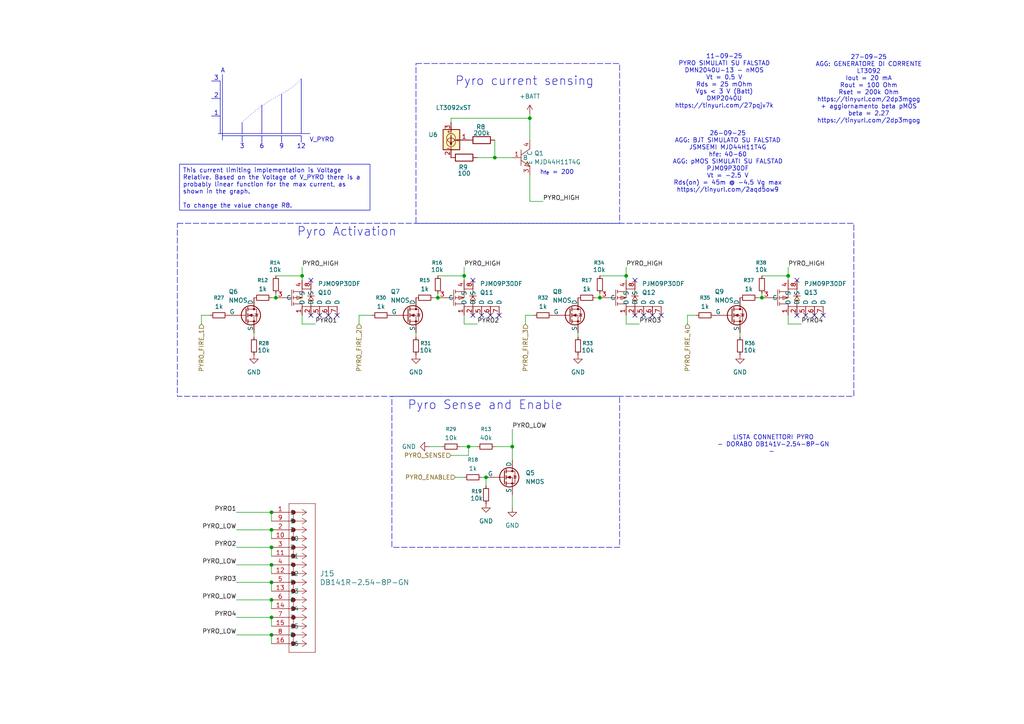
<source format=kicad_sch>
(kicad_sch (version 20250114) (generator "eeschema") (generator_version "9.0")
  (paper "A4")
  (title_block (title "Training Academy Board ") (date "2025-09-11") (rev "1.0") (company "Sapienza Rocket Team"))
  (lib_symbols
    (symbol "2025-09-27_12-32-40:DB141R-2.54-8P-GN" (pin_names (offset 0.254))
      (property "Reference" "J" (at 8.89 6.35 0))
      (property "Value" "DB141R-2.54-8P-GN" (at 0 0 0))
      (symbol "DB141R-2.54-8P-GN_1_1"
        (polyline (pts (xy 5.08 2.54) (xy 5.08 -40.64)) (stroke (width 0.127)))
        (polyline (pts (xy 5.08 -40.64) (xy 12.7 -40.64)) (stroke (width 0.127)))
        (polyline (pts (xy 6.35 0) (xy 6.35 -2.54)) (stroke (width 0.127)))
        (circle (center 6.35 0) (radius 0.127) (stroke (width 0.508)))
        (circle (center 6.35 -2.54) (radius 0.127) (stroke (width 0.508)))
        (polyline (pts (xy 6.35 -5.08) (xy 6.35 -7.62)) (stroke (width 0.127)))
        (circle (center 6.35 -5.08) (radius 0.127) (stroke (width 0.508)))
        (circle (center 6.35 -7.62) (radius 0.127) (stroke (width 0.508)))
        (polyline (pts (xy 6.35 -10.16) (xy 6.35 -12.7)) (stroke (width 0.127)))
        (circle (center 6.35 -10.16) (radius 0.127) (stroke (width 0.508)))
        (circle (center 6.35 -12.7) (radius 0.127) (stroke (width 0.508)))
        (polyline (pts (xy 6.35 -15.24) (xy 6.35 -17.78)) (stroke (width 0.127)))
        (circle (center 6.35 -15.24) (radius 0.127) (stroke (width 0.508)))
        (circle (center 6.35 -17.78) (radius 0.127) (stroke (width 0.508)))
        (polyline (pts (xy 6.35 -20.32) (xy 6.35 -22.86)) (stroke (width 0.127)))
        (circle (center 6.35 -20.32) (radius 0.127) (stroke (width 0.508)))
        (circle (center 6.35 -22.86) (radius 0.127) (stroke (width 0.508)))
        (polyline (pts (xy 6.35 -25.4) (xy 6.35 -27.94)) (stroke (width 0.127)))
        (circle (center 6.35 -25.4) (radius 0.127) (stroke (width 0.508)))
        (circle (center 6.35 -27.94) (radius 0.127) (stroke (width 0.508)))
        (polyline (pts (xy 6.35 -30.48) (xy 6.35 -33.02)) (stroke (width 0.127)))
        (circle (center 6.35 -30.48) (radius 0.127) (stroke (width 0.508)))
        (circle (center 6.35 -33.02) (radius 0.127) (stroke (width 0.508)))
        (polyline (pts (xy 6.35 -35.56) (xy 6.35 -38.1)) (stroke (width 0.127)))
        (circle (center 6.35 -35.56) (radius 0.127) (stroke (width 0.508)))
        (circle (center 6.35 -38.1) (radius 0.127) (stroke (width 0.508)))
        (polyline (pts (xy 10.16 0) (xy 5.08 0)) (stroke (width 0.127)))
        (polyline (pts (xy 10.16 0) (xy 8.89 0.8467)) (stroke (width 0.127)))
        (polyline (pts (xy 10.16 0) (xy 8.89 -0.8467)) (stroke (width 0.127)))
        (polyline (pts (xy 10.16 -2.54) (xy 5.08 -2.54)) (stroke (width 0.127)))
        (polyline (pts (xy 10.16 -2.54) (xy 8.89 -1.6933)) (stroke (width 0.127)))
        (polyline (pts (xy 10.16 -2.54) (xy 8.89 -3.3867)) (stroke (width 0.127)))
        (polyline (pts (xy 10.16 -5.08) (xy 5.08 -5.08)) (stroke (width 0.127)))
        (polyline (pts (xy 10.16 -5.08) (xy 8.89 -4.2333)) (stroke (width 0.127)))
        (polyline (pts (xy 10.16 -5.08) (xy 8.89 -5.9267)) (stroke (width 0.127)))
        (polyline (pts (xy 10.16 -7.62) (xy 5.08 -7.62)) (stroke (width 0.127)))
        (polyline (pts (xy 10.16 -7.62) (xy 8.89 -6.7733)) (stroke (width 0.127)))
        (polyline (pts (xy 10.16 -7.62) (xy 8.89 -8.4667)) (stroke (width 0.127)))
        (polyline (pts (xy 10.16 -10.16) (xy 5.08 -10.16)) (stroke (width 0.127)))
        (polyline (pts (xy 10.16 -10.16) (xy 8.89 -9.3133)) (stroke (width 0.127)))
        (polyline (pts (xy 10.16 -10.16) (xy 8.89 -11.0067)) (stroke (width 0.127)))
        (polyline (pts (xy 10.16 -12.7) (xy 5.08 -12.7)) (stroke (width 0.127)))
        (polyline (pts (xy 10.16 -12.7) (xy 8.89 -11.8533)) (stroke (width 0.127)))
        (polyline (pts (xy 10.16 -12.7) (xy 8.89 -13.5467)) (stroke (width 0.127)))
        (polyline (pts (xy 10.16 -15.24) (xy 5.08 -15.24)) (stroke (width 0.127)))
        (polyline (pts (xy 10.16 -15.24) (xy 8.89 -14.3933)) (stroke (width 0.127)))
        (polyline (pts (xy 10.16 -15.24) (xy 8.89 -16.0867)) (stroke (width 0.127)))
        (polyline (pts (xy 10.16 -17.78) (xy 5.08 -17.78)) (stroke (width 0.127)))
        (polyline (pts (xy 10.16 -17.78) (xy 8.89 -16.9333)) (stroke (width 0.127)))
        (polyline (pts (xy 10.16 -17.78) (xy 8.89 -18.6267)) (stroke (width 0.127)))
        (polyline (pts (xy 10.16 -20.32) (xy 5.08 -20.32)) (stroke (width 0.127)))
        (polyline (pts (xy 10.16 -20.32) (xy 8.89 -19.4733)) (stroke (width 0.127)))
        (polyline (pts (xy 10.16 -20.32) (xy 8.89 -21.1667)) (stroke (width 0.127)))
        (polyline (pts (xy 10.16 -22.86) (xy 5.08 -22.86)) (stroke (width 0.127)))
        (polyline (pts (xy 10.16 -22.86) (xy 8.89 -22.0133)) (stroke (width 0.127)))
        (polyline (pts (xy 10.16 -22.86) (xy 8.89 -23.7067)) (stroke (width 0.127)))
        (polyline (pts (xy 10.16 -25.4) (xy 5.08 -25.4)) (stroke (width 0.127)))
        (polyline (pts (xy 10.16 -25.4) (xy 8.89 -24.5533)) (stroke (width 0.127)))
        (polyline (pts (xy 10.16 -25.4) (xy 8.89 -26.2467)) (stroke (width 0.127)))
        (polyline (pts (xy 10.16 -27.94) (xy 5.08 -27.94)) (stroke (width 0.127)))
        (polyline (pts (xy 10.16 -27.94) (xy 8.89 -27.0933)) (stroke (width 0.127)))
        (polyline (pts (xy 10.16 -27.94) (xy 8.89 -28.7867)) (stroke (width 0.127)))
        (polyline (pts (xy 10.16 -30.48) (xy 5.08 -30.48)) (stroke (width 0.127)))
        (polyline (pts (xy 10.16 -30.48) (xy 8.89 -29.6333)) (stroke (width 0.127)))
        (polyline (pts (xy 10.16 -30.48) (xy 8.89 -31.3267)) (stroke (width 0.127)))
        (polyline (pts (xy 10.16 -33.02) (xy 5.08 -33.02)) (stroke (width 0.127)))
        (polyline (pts (xy 10.16 -33.02) (xy 8.89 -32.1733)) (stroke (width 0.127)))
        (polyline (pts (xy 10.16 -33.02) (xy 8.89 -33.8667)) (stroke (width 0.127)))
        (polyline (pts (xy 10.16 -35.56) (xy 5.08 -35.56)) (stroke (width 0.127)))
        (polyline (pts (xy 10.16 -35.56) (xy 8.89 -34.7133)) (stroke (width 0.127)))
        (polyline (pts (xy 10.16 -35.56) (xy 8.89 -36.4067)) (stroke (width 0.127)))
        (polyline (pts (xy 10.16 -38.1) (xy 5.08 -38.1)) (stroke (width 0.127)))
        (polyline (pts (xy 10.16 -38.1) (xy 8.89 -37.2533)) (stroke (width 0.127)))
        (polyline (pts (xy 10.16 -38.1) (xy 8.89 -38.9467)) (stroke (width 0.127)))
        (polyline (pts (xy 12.7 2.54) (xy 5.08 2.54)) (stroke (width 0.127)))
        (polyline (pts (xy 12.7 -40.64) (xy 12.7 2.54)) (stroke (width 0.127)))
        (pin unspecified line (at 0 0 0) (length 5.08) (name "1") (number "1"))
        (pin unspecified line (at 0 -2.54 0) (length 5.08) (name "9") (number "9"))
        (pin unspecified line (at 0 -5.08 0) (length 5.08) (name "2") (number "2"))
        (pin unspecified line (at 0 -7.62 0) (length 5.08) (name "10") (number "10"))
        (pin unspecified line (at 0 -10.16 0) (length 5.08) (name "3") (number "3"))
        (pin unspecified line (at 0 -12.7 0) (length 5.08) (name "11") (number "11"))
        (pin unspecified line (at 0 -15.24 0) (length 5.08) (name "4") (number "4"))
        (pin unspecified line (at 0 -17.78 0) (length 5.08) (name "12") (number "12"))
        (pin unspecified line (at 0 -20.32 0) (length 5.08) (name "5") (number "5"))
        (pin unspecified line (at 0 -22.86 0) (length 5.08) (name "13") (number "13"))
        (pin unspecified line (at 0 -25.4 0) (length 5.08) (name "6") (number "6"))
        (pin unspecified line (at 0 -27.94 0) (length 5.08) (name "14") (number "14"))
        (pin unspecified line (at 0 -30.48 0) (length 5.08) (name "7") (number "7"))
        (pin unspecified line (at 0 -33.02 0) (length 5.08) (name "15") (number "15"))
        (pin unspecified line (at 0 -35.56 0) (length 5.08) (name "8") (number "8"))
        (pin unspecified line (at 0 -38.1 0) (length 5.08) (name "16") (number "16"))
      )
      (symbol "DB141R-2.54-8P-GN_1_2"
        (polyline (pts (xy 5.08 2.54) (xy 5.08 -40.64)) (stroke (width 0.127)))
        (polyline (pts (xy 5.08 -40.64) (xy 12.7 -40.64)) (stroke (width 0.127)))
        (polyline (pts (xy 6.35 0) (xy 6.35 -2.54)) (stroke (width 0.127)))
        (circle (center 6.35 0) (radius 0.127) (stroke (width 0.508)))
        (circle (center 6.35 -2.54) (radius 0.127) (stroke (width 0.508)))
        (polyline (pts (xy 6.35 -5.08) (xy 6.35 -7.62)) (stroke (width 0.127)))
        (circle (center 6.35 -5.08) (radius 0.127) (stroke (width 0.508)))
        (circle (center 6.35 -7.62) (radius 0.127) (stroke (width 0.508)))
        (polyline (pts (xy 6.35 -10.16) (xy 6.35 -12.7)) (stroke (width 0.127)))
        (circle (center 6.35 -10.16) (radius 0.127) (stroke (width 0.508)))
        (circle (center 6.35 -12.7) (radius 0.127) (stroke (width 0.508)))
        (polyline (pts (xy 6.35 -15.24) (xy 6.35 -17.78)) (stroke (width 0.127)))
        (circle (center 6.35 -15.24) (radius 0.127) (stroke (width 0.508)))
        (circle (center 6.35 -17.78) (radius 0.127) (stroke (width 0.508)))
        (polyline (pts (xy 6.35 -20.32) (xy 6.35 -22.86)) (stroke (width 0.127)))
        (circle (center 6.35 -20.32) (radius 0.127) (stroke (width 0.508)))
        (circle (center 6.35 -22.86) (radius 0.127) (stroke (width 0.508)))
        (polyline (pts (xy 6.35 -25.4) (xy 6.35 -27.94)) (stroke (width 0.127)))
        (circle (center 6.35 -25.4) (radius 0.127) (stroke (width 0.508)))
        (circle (center 6.35 -27.94) (radius 0.127) (stroke (width 0.508)))
        (polyline (pts (xy 6.35 -30.48) (xy 6.35 -33.02)) (stroke (width 0.127)))
        (circle (center 6.35 -30.48) (radius 0.127) (stroke (width 0.508)))
        (circle (center 6.35 -33.02) (radius 0.127) (stroke (width 0.508)))
        (polyline (pts (xy 6.35 -35.56) (xy 6.35 -38.1)) (stroke (width 0.127)))
        (circle (center 6.35 -35.56) (radius 0.127) (stroke (width 0.508)))
        (circle (center 6.35 -38.1) (radius 0.127) (stroke (width 0.508)))
        (polyline (pts (xy 7.62 0) (xy 5.08 0)) (stroke (width 0.127)))
        (polyline (pts (xy 7.62 0) (xy 8.89 0.8467)) (stroke (width 0.127)))
        (polyline (pts (xy 7.62 0) (xy 8.89 -0.8467)) (stroke (width 0.127)))
        (polyline (pts (xy 7.62 -2.54) (xy 5.08 -2.54)) (stroke (width 0.127)))
        (polyline (pts (xy 7.62 -2.54) (xy 8.89 -1.6933)) (stroke (width 0.127)))
        (polyline (pts (xy 7.62 -2.54) (xy 8.89 -3.3867)) (stroke (width 0.127)))
        (polyline (pts (xy 7.62 -5.08) (xy 5.08 -5.08)) (stroke (width 0.127)))
        (polyline (pts (xy 7.62 -5.08) (xy 8.89 -4.2333)) (stroke (width 0.127)))
        (polyline (pts (xy 7.62 -5.08) (xy 8.89 -5.9267)) (stroke (width 0.127)))
        (polyline (pts (xy 7.62 -7.62) (xy 5.08 -7.62)) (stroke (width 0.127)))
        (polyline (pts (xy 7.62 -7.62) (xy 8.89 -6.7733)) (stroke (width 0.127)))
        (polyline (pts (xy 7.62 -7.62) (xy 8.89 -8.4667)) (stroke (width 0.127)))
        (polyline (pts (xy 7.62 -10.16) (xy 5.08 -10.16)) (stroke (width 0.127)))
        (polyline (pts (xy 7.62 -10.16) (xy 8.89 -9.3133)) (stroke (width 0.127)))
        (polyline (pts (xy 7.62 -10.16) (xy 8.89 -11.0067)) (stroke (width 0.127)))
        (polyline (pts (xy 7.62 -12.7) (xy 5.08 -12.7)) (stroke (width 0.127)))
        (polyline (pts (xy 7.62 -12.7) (xy 8.89 -11.8533)) (stroke (width 0.127)))
        (polyline (pts (xy 7.62 -12.7) (xy 8.89 -13.5467)) (stroke (width 0.127)))
        (polyline (pts (xy 7.62 -15.24) (xy 5.08 -15.24)) (stroke (width 0.127)))
        (polyline (pts (xy 7.62 -15.24) (xy 8.89 -14.3933)) (stroke (width 0.127)))
        (polyline (pts (xy 7.62 -15.24) (xy 8.89 -16.0867)) (stroke (width 0.127)))
        (polyline (pts (xy 7.62 -17.78) (xy 5.08 -17.78)) (stroke (width 0.127)))
        (polyline (pts (xy 7.62 -17.78) (xy 8.89 -16.9333)) (stroke (width 0.127)))
        (polyline (pts (xy 7.62 -17.78) (xy 8.89 -18.6267)) (stroke (width 0.127)))
        (polyline (pts (xy 7.62 -20.32) (xy 5.08 -20.32)) (stroke (width 0.127)))
        (polyline (pts (xy 7.62 -20.32) (xy 8.89 -19.4733)) (stroke (width 0.127)))
        (polyline (pts (xy 7.62 -20.32) (xy 8.89 -21.1667)) (stroke (width 0.127)))
        (polyline (pts (xy 7.62 -22.86) (xy 5.08 -22.86)) (stroke (width 0.127)))
        (polyline (pts (xy 7.62 -22.86) (xy 8.89 -22.0133)) (stroke (width 0.127)))
        (polyline (pts (xy 7.62 -22.86) (xy 8.89 -23.7067)) (stroke (width 0.127)))
        (polyline (pts (xy 7.62 -25.4) (xy 5.08 -25.4)) (stroke (width 0.127)))
        (polyline (pts (xy 7.62 -25.4) (xy 8.89 -24.5533)) (stroke (width 0.127)))
        (polyline (pts (xy 7.62 -25.4) (xy 8.89 -26.2467)) (stroke (width 0.127)))
        (polyline (pts (xy 7.62 -27.94) (xy 5.08 -27.94)) (stroke (width 0.127)))
        (polyline (pts (xy 7.62 -27.94) (xy 8.89 -27.0933)) (stroke (width 0.127)))
        (polyline (pts (xy 7.62 -27.94) (xy 8.89 -28.7867)) (stroke (width 0.127)))
        (polyline (pts (xy 7.62 -30.48) (xy 5.08 -30.48)) (stroke (width 0.127)))
        (polyline (pts (xy 7.62 -30.48) (xy 8.89 -29.6333)) (stroke (width 0.127)))
        (polyline (pts (xy 7.62 -30.48) (xy 8.89 -31.3267)) (stroke (width 0.127)))
        (polyline (pts (xy 7.62 -33.02) (xy 5.08 -33.02)) (stroke (width 0.127)))
        (polyline (pts (xy 7.62 -33.02) (xy 8.89 -32.1733)) (stroke (width 0.127)))
        (polyline (pts (xy 7.62 -33.02) (xy 8.89 -33.8667)) (stroke (width 0.127)))
        (polyline (pts (xy 7.62 -35.56) (xy 5.08 -35.56)) (stroke (width 0.127)))
        (polyline (pts (xy 7.62 -35.56) (xy 8.89 -34.7133)) (stroke (width 0.127)))
        (polyline (pts (xy 7.62 -35.56) (xy 8.89 -36.4067)) (stroke (width 0.127)))
        (polyline (pts (xy 7.62 -38.1) (xy 5.08 -38.1)) (stroke (width 0.127)))
        (polyline (pts (xy 7.62 -38.1) (xy 8.89 -37.2533)) (stroke (width 0.127)))
        (polyline (pts (xy 7.62 -38.1) (xy 8.89 -38.9467)) (stroke (width 0.127)))
        (polyline (pts (xy 12.7 2.54) (xy 5.08 2.54)) (stroke (width 0.127)))
        (polyline (pts (xy 12.7 -40.64) (xy 12.7 2.54)) (stroke (width 0.127)))
        (pin unspecified line (at 0 0 0) (length 5.08) (name "1") (number "1"))
        (pin unspecified line (at 0 -2.54 0) (length 5.08) (name "9") (number "9"))
        (pin unspecified line (at 0 -5.08 0) (length 5.08) (name "2") (number "2"))
        (pin unspecified line (at 0 -7.62 0) (length 5.08) (name "10") (number "10"))
        (pin unspecified line (at 0 -10.16 0) (length 5.08) (name "3") (number "3"))
        (pin unspecified line (at 0 -12.7 0) (length 5.08) (name "11") (number "11"))
        (pin unspecified line (at 0 -15.24 0) (length 5.08) (name "4") (number "4"))
        (pin unspecified line (at 0 -17.78 0) (length 5.08) (name "12") (number "12"))
        (pin unspecified line (at 0 -20.32 0) (length 5.08) (name "5") (number "5"))
        (pin unspecified line (at 0 -22.86 0) (length 5.08) (name "13") (number "13"))
        (pin unspecified line (at 0 -25.4 0) (length 5.08) (name "6") (number "6"))
        (pin unspecified line (at 0 -27.94 0) (length 5.08) (name "14") (number "14"))
        (pin unspecified line (at 0 -30.48 0) (length 5.08) (name "7") (number "7"))
        (pin unspecified line (at 0 -33.02 0) (length 5.08) (name "15") (number "15"))
        (pin unspecified line (at 0 -35.56 0) (length 5.08) (name "8") (number "8"))
        (pin unspecified line (at 0 -38.1 0) (length 5.08) (name "16") (number "16"))
      )
    )
    (symbol "Device:R" (pin_numbers (hide yes)) (pin_names (offset 0))
      (property "Reference" "R" (at 2.032 0 90))
      (property "Value" "R" (at 0 0 90))
      (symbol "R_0_1"
        (rectangle (start -1.016 -2.54) (end 1.016 2.54) (stroke (width 0.254)))
      )
      (symbol "R_1_1"
        (pin passive line (at 0 3.81 270) (length 1.27) (name "~") (number "1"))
        (pin passive line (at 0 -3.81 90) (length 1.27) (name "~") (number "2"))
      )
    )
    (symbol "Device:R_Small" (pin_numbers (hide yes)) (pin_names (offset 0.254) (hide yes))
      (property "Reference" "R" (at 0 0 90))
      (property "Value" "R_Small" (at 1.778 0 90))
      (symbol "R_Small_0_1"
        (rectangle (start -0.762 1.778) (end 0.762 -1.778) (stroke (width 0.2032)))
      )
      (symbol "R_Small_1_1"
        (pin passive line (at 0 2.54 270) (length 0.762) (name "~") (number "1"))
        (pin passive line (at 0 -2.54 90) (length 0.762) (name "~") (number "2"))
      )
    )
    (symbol "Reference_Current:LT3092xST"
      (property "Reference" "U" (at 0.635 6.35 0))
      (property "Value" "LT3092xST" (at 0.635 4.445 0))
      (symbol "LT3092xST_0_1"
        (rectangle (start -2.286 3.048) (end 2.54 -2.794) (stroke (width 0.254)) (fill (type background)))
        (polyline (pts (xy -1.143 -2.413) (xy -0.381 -2.413)))
        (polyline (pts (xy -1.016 2.413) (xy -0.254 2.413)))
        (polyline (pts (xy -0.635 2.794) (xy -0.635 2.032)))
        (polyline (pts (xy 0 3.81) (xy 0 1.905)))
        (polyline (pts (xy 0 1.397) (xy 0 -1.397)) (stroke (width 0.254)))
        (circle (center 0 0.635) (radius 1.27))
        (circle (center 0 -0.635) (radius 1.27))
        (polyline (pts (xy 0 -1.397) (xy -0.254 -0.889) (xy 0.254 -0.889) (xy 0 -1.397)) (stroke (width 0.254)))
        (polyline (pts (xy 0 -1.905) (xy 0 -3.175)))
        (polyline (pts (xy 1.27 0) (xy 2.159 0.254) (xy 2.159 -0.254) (xy 1.27 0)))
        (polyline (pts (xy 5.08 0) (xy 1.27 0)))
      )
      (symbol "LT3092xST_1_1"
        (pin passive line (at 0 5.08 270) (length 2.54) (name "~") (number "3"))
        (pin passive line (at 0 -5.08 90) (length 2.54) (name "~") (number "2"))
        (pin passive line (at 5.08 0 180) (length 2.54) (name "~") (number "1"))
      )
    )
    (symbol "Simulation_SPICE:NMOS" (pin_numbers (hide yes)) (pin_names (offset 0))
      (property "Reference" "Q" (at 5.08 1.27 0))
      (property "Value" "NMOS" (at 5.08 -1.27 0))
      (symbol "NMOS_0_1"
        (polyline (pts (xy 0.254 1.905) (xy 0.254 -1.905)) (stroke (width 0.254)))
        (polyline (pts (xy 0.254 0) (xy -2.54 0)))
        (polyline (pts (xy 0.762 2.286) (xy 0.762 1.27)) (stroke (width 0.254)))
        (polyline (pts (xy 0.762 0.508) (xy 0.762 -0.508)) (stroke (width 0.254)))
        (polyline (pts (xy 0.762 -1.27) (xy 0.762 -2.286)) (stroke (width 0.254)))
        (polyline (pts (xy 0.762 -1.778) (xy 3.302 -1.778) (xy 3.302 1.778) (xy 0.762 1.778)))
        (polyline (pts (xy 1.016 0) (xy 2.032 0.381) (xy 2.032 -0.381) (xy 1.016 0)) (fill (type outline)))
        (circle (center 1.651 0) (radius 2.794) (stroke (width 0.254)))
        (polyline (pts (xy 2.54 2.54) (xy 2.54 1.778)))
        (circle (center 2.54 1.778) (radius 0.254) (fill (type outline)))
        (circle (center 2.54 -1.778) (radius 0.254) (fill (type outline)))
        (polyline (pts (xy 2.54 -2.54) (xy 2.54 0) (xy 0.762 0)))
        (polyline (pts (xy 2.794 0.508) (xy 2.921 0.381) (xy 3.683 0.381) (xy 3.81 0.254)))
        (polyline (pts (xy 3.302 0.381) (xy 2.921 -0.254) (xy 3.683 -0.254) (xy 3.302 0.381)))
      )
      (symbol "NMOS_1_1"
        (pin input line (at -5.08 0 0) (length 2.54) (name "G") (number "2"))
        (pin passive line (at 2.54 5.08 270) (length 2.54) (name "D") (number "1"))
        (pin passive line (at 2.54 -5.08 90) (length 2.54) (name "S") (number "3"))
      )
    )
    (symbol "WF5803F:MJD44H11T4G"
      (property "Reference" "Q" (at 0 10.16 0))
      (property "Value" "MJD44H11T4G" (at 0 -10.16 0))
      (symbol "MJD44H11T4G_0_1"
        (polyline (pts (xy 0 2.29) (xy 0 -2.29)))
        (polyline (pts (xy 0 -0.76) (xy 2.54 -2.54)))
        (polyline (pts (xy 2.54 2.54) (xy 0 0.76)))
        (polyline (pts (xy 2.54 -2.54) (xy 1.78 -1.27) (xy 1.02 -2.29) (xy 2.54 -2.54)) (fill (type background)))
        (pin unspecified line (at -2.54 0 0) (length 2.54) (name "B") (number "1"))
        (pin unspecified line (at 2.54 5.08 270) (length 2.54) (name "C") (number "4"))
        (pin unspecified line (at 2.54 -5.08 90) (length 2.54) (name "E") (number "3"))
      )
    )
    (symbol "WF5803F:PJM09P30DF"
      (property "Reference" "Q" (at 0 10.16 0))
      (property "Value" "PJM09P30DF" (at 0 -10.16 0))
      (symbol "PJM09P30DF_0_1"
        (polyline (pts (xy -5.08 0) (xy -3.05 0)))
        (polyline (pts (xy -3.05 2.29) (xy -3.05 -2.29)))
        (polyline (pts (xy -2.54 2.29) (xy -2.54 1.27)))
        (polyline (pts (xy -2.54 1.78) (xy 0 1.78) (xy 0 2.54) (xy 2.54 2.54) (xy 10.16 2.54) (xy 2.54 2.54) (xy 2.54 0.51)))
        (polyline (pts (xy -2.54 0) (xy 0 0) (xy 0 -2.54) (xy 2.54 -2.54) (xy 2.54 -2.54) (xy 2.54 0)))
        (polyline (pts (xy -2.54 -0.51) (xy -2.54 0.51)))
        (polyline (pts (xy -2.54 -2.29) (xy -2.54 -1.27)))
        (polyline (pts (xy 0 0) (xy -1.52 0.51) (xy -1.52 -0.51) (xy 0 0)) (fill (type background)))
        (polyline (pts (xy 0 -1.78) (xy -2.54 -1.78)))
        (polyline (pts (xy 1.52 -0.51) (xy 2.03 -0.51) (xy 3.05 -0.51) (xy 3.56 -0.51)))
        (polyline (pts (xy 2.54 -0.51) (xy 3.3 0.76) (xy 1.78 0.76) (xy 2.54 -0.51)) (fill (type background)))
        (pin unspecified line (at -7.62 0 0) (length 2.54) (name "G") (number "3"))
        (pin unspecified line (at 0 5.08 270) (length 2.54) (name "D") (number "1"))
        (pin unspecified line (at 0 -5.08 90) (length 2.54) (name "S") (number "4"))
        (pin unspecified line (at 2.54 5.08 270) (length 2.54) (name "D") (number "2"))
        (pin unspecified line (at 2.54 -5.08 90) (length 2.54) (name "S") (number "8"))
        (pin unspecified line (at 5.08 5.08 270) (length 2.54) (name "D") (number "5"))
        (pin unspecified line (at 7.62 5.08 270) (length 2.54) (name "D") (number "6"))
        (pin unspecified line (at 10.16 5.08 270) (length 2.54) (name "D") (number "7"))
      )
    )
    (symbol "power:+BATT" (power) (pin_numbers (hide yes)) (pin_names (offset 0) (hide yes))
      (property "Value" "+BATT" (at 0 3.556 0))
      (symbol "+BATT_0_1"
        (polyline (pts (xy -0.762 1.27) (xy 0 2.54)))
        (polyline (pts (xy 0 2.54) (xy 0.762 1.27)))
        (polyline (pts (xy 0 0) (xy 0 2.54)))
      )
      (symbol "+BATT_1_1"
        (pin power_in line (at 0 0 90) (length 0) (name "~") (number "1"))
      )
    )
    (symbol "power:GND" (power) (pin_numbers (hide yes)) (pin_names (offset 0) (hide yes))
      (property "Value" "GND" (at 0 -3.81 0))
      (symbol "GND_0_1"
        (polyline (pts (xy 0 0) (xy 0 -1.27) (xy 1.27 -1.27) (xy 0 -2.54) (xy -1.27 -1.27) (xy 0 -1.27)))
      )
      (symbol "GND_1_1"
        (pin power_in line (at 0 0 270) (length 0) (name "~") (number "1"))
      )
    )
  )
  (bezier (pts (xy 70.231 35.56) (xy 78.486 27.305) (xy 82.931 27.94) (xy 87.376 22.86)) (stroke (width 0) (type dot) (color 7 15 255 1)))
  (rectangle (start 51.435 64.77) (end 247.65 114.935) (stroke (width 0) (type dash)))
  (rectangle (start 113.665 114.935) (end 179.705 158.75) (stroke (width 0) (type dash)))
  (rectangle (start 120.65 18.415) (end 179.705 64.77) (stroke (width 0) (type dash)))
  (text "6" (at 75.946 42.545 0) (effects (font (size 1.27 1.27))))
  (text "12" (at 87.376 42.545 0) (effects (font (size 1.27 1.27))))
  (text "LISTA CONNETTORI PYRO\n- DORABO DB141V-2.54-8P-GN\n- " (at 224.282 129.032 0) (effects (font (size 1.27 1.27))))
  (text "27-09-25\nAGG: GENERATORE DI CORRENTE\nLT3092\nIout = 20 mA\nRout = 100 Ohm\nRset = 200k Ohm\nhttps://tinyurl.com/2dp3mgog\n+ aggiornamento beta pMOS\nbeta = 2.27\nhttps://tinyurl.com/2dp3mgog" (at 251.968 25.908 0) (effects (font (size 1.27 1.27))))
  (text "11-09-25\nPYRO SIMULATI SU FALSTAD\nDMN2040U-13 - nMOS\nVt = 0.5 V\nRds = 25 mOhm\nVgs < 3 V (Batt)\nDMP2040U\nhttps://tinyurl.com/27pqjv7k" (at 210.058 23.622 0) (effects (font (size 1.27 1.27))))
  (text "h_{fe} = 200" (at 161.544 50.038 0) (effects (font (size 1.27 1.27))))
  (text "Pyro Activation" (at 100.584 67.31 0) (effects (font (size 2.54 2.54))))
  (text "1" (at 62.738 32.893 0) (effects (font (size 1.27 1.27))))
  (text "3" (at 70.231 42.545 0) (effects (font (size 1.27 1.27))))
  (text "A" (at 64.643 20.574 0) (effects (font (size 1.27 1.27))))
  (text "2" (at 62.738 27.813 0) (effects (font (size 1.27 1.27))))
  (text "Pyro Sense and Enable\n" (at 140.716 117.602 0) (effects (font (size 2.54 2.54))))
  (text "Pyro current sensing" (at 152.146 23.622 0) (effects (font (size 2.54 2.54))))
  (text "26-09-25\nAGG: BJT SIMULATO SU FALSTAD\nJSMSEMI MJD44H11T4G\nhfe: 40-60\nAGG: pMOS SIMULATI SU FALSTAD\nPJM09P30DF\nVt = -2.5 V\nRds(on) = 45m @ -4.5 Vg max\nhttps://tinyurl.com/2aqd5ow9" (at 211.074 46.99 0) (effects (font (size 1.27 1.27))))
  (text "9" (at 81.661 42.545 0) (effects (font (size 1.27 1.27))))
  (text "V_PYRO\n" (at 93.345 40.64 0) (effects (font (size 1.27 1.27))))
  (text "3" (at 62.738 22.733 0) (effects (font (size 1.27 1.27))))
  (text_box "This current limiting implementation is Voltage Relative. Based on the Voltage of V_PYRO there is a probably linear function for the max current, as shown in the graph.\n\nTo change the value change R8." (at 52.07 47.625 0) (size 55.245 13.335) (margins 0.9525 0.9525 0.9525 0.9525) (effects (font (size 1.27 1.27)) (justify left top)))
  (junction (at 127 86.36))
  (junction (at 140.97 138.43))
  (junction (at 143.51 45.72))
  (junction (at 78.74 173.99))
  (junction (at 135.89 129.54))
  (junction (at 78.74 168.91))
  (junction (at 80.01 86.36))
  (junction (at 134.62 80.01))
  (junction (at 78.74 179.07))
  (junction (at 78.74 158.75))
  (junction (at 220.98 86.36))
  (junction (at 87.63 80.01))
  (junction (at 148.59 129.54))
  (junction (at 78.74 184.15))
  (junction (at 78.74 153.67))
  (junction (at 153.67 34.29))
  (junction (at 78.74 148.59))
  (junction (at 78.74 163.83))
  (junction (at 228.6 80.01))
  (junction (at 181.61 80.01))
  (junction (at 173.99 86.36))
  (no_connect (at 90.17 81.28))
  (no_connect (at 238.76 91.44))
  (no_connect (at 233.68 91.44))
  (no_connect (at 184.15 81.28))
  (no_connect (at 142.24 91.44))
  (no_connect (at 184.15 91.44))
  (no_connect (at 186.69 91.44))
  (no_connect (at 137.16 91.44))
  (no_connect (at 92.71 91.44))
  (no_connect (at 231.14 81.28))
  (no_connect (at 231.14 91.44))
  (no_connect (at 137.16 81.28))
  (no_connect (at 95.25 91.44))
  (no_connect (at 236.22 91.44))
  (no_connect (at 191.77 91.44))
  (no_connect (at 189.23 91.44))
  (no_connect (at 97.79 91.44))
  (no_connect (at 144.78 91.44))
  (no_connect (at 90.17 91.44))
  (no_connect (at 139.7 91.44))
  (wire (pts (xy 228.6 80.01) (xy 228.6 81.28)))
  (wire (pts (xy 172.72 86.36) (xy 173.99 86.36)))
  (wire (pts (xy 87.63 93.98) (xy 91.44 93.98)))
  (polyline (pts (xy 87.376 22.86) (xy 87.376 38.735)))
  (polyline (pts (xy 61.341 28.575) (xy 63.881 28.575)))
  (wire (pts (xy 104.14 91.44) (xy 107.95 91.44)))
  (polyline (pts (xy 70.231 39.37) (xy 70.231 41.275)))
  (wire (pts (xy 87.63 80.01) (xy 87.63 81.28)))
  (polyline (pts (xy 81.661 39.37) (xy 81.661 41.275)))
  (wire (pts (xy 199.39 93.98) (xy 199.39 91.44)))
  (wire (pts (xy 132.08 138.43) (xy 134.62 138.43)))
  (wire (pts (xy 167.64 96.52) (xy 167.64 97.79)))
  (polyline (pts (xy 61.341 33.655) (xy 63.881 33.655)))
  (wire (pts (xy 78.74 173.99) (xy 78.74 176.53)))
  (wire (pts (xy 78.74 163.83) (xy 78.74 166.37)))
  (wire (pts (xy 87.63 77.47) (xy 87.63 80.01)))
  (wire (pts (xy 152.4 93.98) (xy 152.4 91.44)))
  (wire (pts (xy 58.42 93.98) (xy 58.42 91.44)))
  (wire (pts (xy 214.63 96.52) (xy 214.63 97.79)))
  (wire (pts (xy 78.74 86.36) (xy 80.01 86.36)))
  (wire (pts (xy 130.81 132.08) (xy 135.89 132.08)))
  (wire (pts (xy 78.74 148.59) (xy 78.74 151.13)))
  (wire (pts (xy 143.51 40.64) (xy 143.51 45.72)))
  (wire (pts (xy 152.4 91.44) (xy 154.94 91.44)))
  (wire (pts (xy 78.74 184.15) (xy 78.74 186.69)))
  (polyline (pts (xy 63.881 33.655) (xy 63.881 38.735)))
  (wire (pts (xy 68.58 153.67) (xy 78.74 153.67)))
  (wire (pts (xy 228.6 91.44) (xy 228.6 93.98)))
  (wire (pts (xy 228.6 77.47) (xy 228.6 80.01)))
  (wire (pts (xy 173.99 85.09) (xy 173.99 86.36)))
  (polyline (pts (xy 81.661 27.305) (xy 81.661 38.735)))
  (polyline (pts (xy 63.246 38.735) (xy 89.916 38.735)))
  (wire (pts (xy 181.61 77.47) (xy 181.61 80.01)))
  (polyline (pts (xy 63.881 28.575) (xy 63.881 33.655)))
  (polyline (pts (xy 64.516 21.59) (xy 64.516 40.64)))
  (wire (pts (xy 173.99 80.01) (xy 181.61 80.01)))
  (wire (pts (xy 220.98 85.09) (xy 220.98 86.36)))
  (wire (pts (xy 148.59 129.54) (xy 148.59 124.46)))
  (wire (pts (xy 148.59 147.32) (xy 148.59 143.51)))
  (wire (pts (xy 133.35 129.54) (xy 135.89 129.54)))
  (wire (pts (xy 134.62 77.47) (xy 134.62 80.01)))
  (wire (pts (xy 143.51 45.72) (xy 138.43 45.72)))
  (wire (pts (xy 153.67 58.42) (xy 157.48 58.42)))
  (wire (pts (xy 68.58 173.99) (xy 78.74 173.99)))
  (polyline (pts (xy 70.231 35.56) (xy 70.231 38.735)))
  (wire (pts (xy 130.81 34.29) (xy 153.67 34.29)))
  (polyline (pts (xy 75.946 30.48) (xy 75.946 38.735)))
  (wire (pts (xy 153.67 34.29) (xy 153.67 40.64)))
  (wire (pts (xy 135.89 132.08) (xy 135.89 129.54)))
  (wire (pts (xy 153.67 33.02) (xy 153.67 34.29)))
  (wire (pts (xy 104.14 93.98) (xy 104.14 91.44)))
  (polyline (pts (xy 61.341 23.495) (xy 63.881 23.495)))
  (wire (pts (xy 78.74 153.67) (xy 78.74 156.21)))
  (wire (pts (xy 68.58 168.91) (xy 78.74 168.91)))
  (wire (pts (xy 143.51 129.54) (xy 148.59 129.54)))
  (wire (pts (xy 127 80.01) (xy 134.62 80.01)))
  (wire (pts (xy 181.61 93.98) (xy 185.42 93.98)))
  (wire (pts (xy 78.74 158.75) (xy 78.74 161.29)))
  (polyline (pts (xy 87.376 39.37) (xy 87.376 41.275)))
  (wire (pts (xy 124.46 129.54) (xy 128.27 129.54)))
  (wire (pts (xy 181.61 91.44) (xy 181.61 93.98)))
  (polyline (pts (xy 81.661 39.37) (xy 87.376 39.37)))
  (wire (pts (xy 68.58 158.75) (xy 78.74 158.75)))
  (wire (pts (xy 68.58 163.83) (xy 78.74 163.83)))
  (wire (pts (xy 134.62 80.01) (xy 134.62 81.28)))
  (wire (pts (xy 87.63 91.44) (xy 87.63 93.98)))
  (wire (pts (xy 219.71 86.36) (xy 220.98 86.36)))
  (polyline (pts (xy 63.881 23.495) (xy 63.881 28.575)))
  (polyline (pts (xy 64.516 39.37) (xy 70.231 39.37)))
  (wire (pts (xy 120.65 96.52) (xy 120.65 97.79)))
  (wire (pts (xy 127 85.09) (xy 127 86.36)))
  (wire (pts (xy 199.39 91.44) (xy 201.93 91.44)))
  (wire (pts (xy 68.58 184.15) (xy 78.74 184.15)))
  (wire (pts (xy 139.7 138.43) (xy 140.97 138.43)))
  (wire (pts (xy 228.6 93.98) (xy 232.41 93.98)))
  (wire (pts (xy 80.01 80.01) (xy 87.63 80.01)))
  (wire (pts (xy 68.58 179.07) (xy 78.74 179.07)))
  (wire (pts (xy 134.62 93.98) (xy 138.43 93.98)))
  (wire (pts (xy 78.74 179.07) (xy 78.74 181.61)))
  (polyline (pts (xy 70.231 39.37) (xy 75.946 39.37)))
  (wire (pts (xy 148.59 129.54) (xy 148.59 133.35)))
  (wire (pts (xy 130.81 35.56) (xy 130.81 34.29)))
  (wire (pts (xy 80.01 85.09) (xy 80.01 86.36)))
  (wire (pts (xy 153.67 50.8) (xy 153.67 58.42)))
  (wire (pts (xy 181.61 80.01) (xy 181.61 81.28)))
  (wire (pts (xy 73.66 96.52) (xy 73.66 97.79)))
  (wire (pts (xy 134.62 91.44) (xy 134.62 93.98)))
  (wire (pts (xy 125.73 86.36) (xy 127 86.36)))
  (wire (pts (xy 68.58 148.59) (xy 78.74 148.59)))
  (wire (pts (xy 78.74 168.91) (xy 78.74 171.45)))
  (wire (pts (xy 143.51 45.72) (xy 148.59 45.72)))
  (polyline (pts (xy 75.946 39.37) (xy 81.661 39.37)))
  (wire (pts (xy 220.98 80.01) (xy 228.6 80.01)))
  (wire (pts (xy 140.97 140.97) (xy 140.97 138.43)))
  (wire (pts (xy 58.42 91.44) (xy 60.96 91.44)))
  (polyline (pts (xy 75.946 39.37) (xy 75.946 41.275)))
  (wire (pts (xy 135.89 129.54) (xy 138.43 129.54)))
  (label "PYRO4" (at 232.41 93.98 0))
  (label "PYRO_LOW" (at 68.58 173.99 180))
  (label "PYRO3" (at 185.42 93.98 0))
  (label "PYRO_HIGH" (at 228.6 77.47 0))
  (label "PYRO_LOW" (at 68.58 163.83 180))
  (label "PYRO_HIGH" (at 181.61 77.47 0))
  (label "PYRO_HIGH" (at 134.62 77.47 0))
  (label "PYRO2" (at 68.58 158.75 180))
  (label "PYRO2" (at 138.43 93.98 0))
  (label "PYRO3" (at 68.58 168.91 180))
  (label "PYRO4" (at 68.58 179.07 180))
  (label "PYRO_LOW" (at 68.58 184.15 180))
  (label "PYRO1" (at 91.44 93.98 0))
  (label "PYRO_HIGH" (at 157.48 58.42 0))
  (label "PYRO_HIGH" (at 87.63 77.47 0))
  (label "PYRO_LOW" (at 68.58 153.67 180))
  (label "PYRO1" (at 68.58 148.59 180))
  (label "PYRO_LOW" (at 148.59 124.46 0))
  (hierarchical_label "PYRO_FIRE_4" (shape input) (at 199.39 93.98 270))
  (hierarchical_label "PYRO_FIRE_2" (shape input) (at 104.14 93.98 270))
  (hierarchical_label "PYRO_FIRE_1" (shape input) (at 58.42 93.98 270))
  (hierarchical_label "PYRO_SENSE" (shape input) (at 130.81 132.08 180))
  (hierarchical_label "PYRO_FIRE_3" (shape input) (at 152.4 93.98 270))
  (hierarchical_label "PYRO_ENABLE" (shape input) (at 132.08 138.43 180))
  (symbol (lib_id "power:+BATT") (at 153.67 33.02 0) (unit 1)
    (property "Reference" "#PWR067" (effects (hide yes)))
    (property "Value" "+BATT" (at 153.67 27.94 0))
    (property "Description" "Power symbol creates a global label with name \"+BATT\"" (effects (hide yes)))
  )
  (symbol (lib_id "Device:R_Small") (at 123.19 86.36 90) (unit 1)
    (property "Reference" "R15" (at 123.19 81.28 90) (effects (font (size 1.016 1.016))))
    (property "Value" "1k" (at 123.19 83.82 90))
    (property "Footprint" "Resistor_SMD:R_0603_1608Metric_Pad0.98x0.95mm_HandSolder" (effects (hide yes)))
    (property "Description" "Resistor, small symbol" (effects (hide yes)))
  )
  (symbol (lib_id "WF5803F:PJM09P30DF") (at 181.61 86.36 0) (mirror x) (unit 1)
    (property "Reference" "Q12" (at 186.182 84.836 0) (effects (justify left)))
    (property "Value" "PJM09P30DF" (at 186.182 82.296 0) (effects (justify left)))
    (property "Footprint" "easyeda2kicad:DFN-6_L2.0-W2.0-P0.65-BL-EP-1" (effects (hide yes)))
    (property "LCSC Part" "C36493755" (effects (hide yes)))
  )
  (symbol (lib_id "Device:R_Small") (at 204.47 91.44 90) (unit 1)
    (property "Reference" "R35" (at 204.47 86.36 90) (effects (font (size 1.016 1.016))))
    (property "Value" "1k" (at 204.47 88.9 90))
    (property "Footprint" "Resistor_SMD:R_0603_1608Metric_Pad0.98x0.95mm_HandSolder" (effects (hide yes)))
    (property "Description" "Resistor, small symbol" (effects (hide yes)))
  )
  (symbol (lib_id "power:GND") (at 167.64 102.87 0) (unit 1)
    (property "Reference" "#PWR063" (effects (hide yes)))
    (property "Value" "GND" (at 167.64 107.95 0))
    (property "Description" "Power symbol creates a global label with name \"GND\" , ground" (effects (hide yes)))
  )
  (symbol (lib_id "Device:R_Small") (at 173.99 82.55 180) (unit 1)
    (property "Reference" "R34" (at 172.212 76.2 0) (effects (font (size 1.016 1.016)) (justify right)))
    (property "Value" "10k" (at 171.958 78.232 0) (effects (justify right)))
    (property "Footprint" "Resistor_SMD:R_0603_1608Metric_Pad0.98x0.95mm_HandSolder" (effects (hide yes)))
    (property "Description" "Resistor, small symbol" (effects (hide yes)))
  )
  (symbol (lib_id "power:GND") (at 73.66 102.87 0) (unit 1)
    (property "Reference" "#PWR061" (effects (hide yes)))
    (property "Value" "GND" (at 73.66 107.95 0))
    (property "Description" "Power symbol creates a global label with name \"GND\" , ground" (effects (hide yes)))
  )
  (symbol (lib_id "Device:R_Small") (at 80.01 82.55 180) (unit 1)
    (property "Reference" "R14" (at 78.232 76.2 0) (effects (font (size 1.016 1.016)) (justify right)))
    (property "Value" "10k" (at 77.978 78.232 0) (effects (justify right)))
    (property "Footprint" "Resistor_SMD:R_0603_1608Metric_Pad0.98x0.95mm_HandSolder" (effects (hide yes)))
    (property "Description" "Resistor, small symbol" (effects (hide yes)))
  )
  (symbol (lib_id "Device:R") (at 139.7 40.64 90) (unit 1)
    (property "Reference" "R8" (at 139.446 36.83 90))
    (property "Value" "200k" (at 139.7 38.608 90))
    (property "Footprint" "Resistor_SMD:R_0603_1608Metric_Pad0.98x0.95mm_HandSolder" (effects (hide yes)))
    (property "Description" "Resistor" (effects (hide yes)))
  )
  (symbol (lib_id "WF5803F:MJD44H11T4G") (at 151.13 45.72 0) (unit 1)
    (property "Reference" "Q1" (at 154.94 44.4499 0) (effects (justify left)))
    (property "Value" "MJD44H11T4G" (at 154.94 46.9899 0) (effects (justify left)))
    (property "Footprint" "easyeda2kicad:TO-252-2_L6.5-W6.1-P4.58-LS10.0-TL" (effects (hide yes)))
    (property "Datasheet" "https://lcsc.com/product-detail/Transistors-NPN-PNP_ON_MJD44H11T4G_MJD44H11T4G_C38780.html" (effects (hide yes)))
    (property "LCSC Part" "C38780" (effects (hide yes)))
  )
  (symbol (lib_id "power:GND") (at 148.59 147.32 0) (unit 1)
    (property "Reference" "#PWR033" (effects (hide yes)))
    (property "Value" "GND" (at 148.59 152.4 0))
    (property "Description" "Power symbol creates a global label with name \"GND\" , ground" (effects (hide yes)))
  )
  (symbol (lib_id "power:GND") (at 140.97 146.05 0) (unit 1)
    (property "Reference" "#PWR038" (effects (hide yes)))
    (property "Value" "GND" (at 140.97 151.13 0))
    (property "Description" "Power symbol creates a global label with name \"GND\" , ground" (effects (hide yes)))
  )
  (symbol (lib_id "Device:R_Small") (at 167.64 100.33 180) (unit 1)
    (property "Reference" "R33" (at 168.91 99.568 0) (effects (font (size 1.016 1.016)) (justify right)))
    (property "Value" "10k" (at 168.656 101.6 0) (effects (justify right)))
    (property "Footprint" "Resistor_SMD:R_0603_1608Metric_Pad0.98x0.95mm_HandSolder" (effects (hide yes)))
    (property "Description" "Resistor, small symbol" (effects (hide yes)))
  )
  (symbol (lib_id "Device:R_Small") (at 217.17 86.36 90) (unit 1)
    (property "Reference" "R37" (at 217.17 81.28 90) (effects (font (size 1.016 1.016))))
    (property "Value" "1k" (at 217.17 83.82 90))
    (property "Footprint" "Resistor_SMD:R_0603_1608Metric_Pad0.98x0.95mm_HandSolder" (effects (hide yes)))
    (property "Description" "Resistor, small symbol" (effects (hide yes)))
  )
  (symbol (lib_id "Simulation_SPICE:NMOS") (at 71.12 91.44 0) (unit 1)
    (property "Reference" "Q6" (at 66.294 84.582 0) (effects (justify left)))
    (property "Value" "NMOS" (at 66.294 87.122 0) (effects (justify left)))
    (property "Footprint" "Package_TO_SOT_SMD:SOT-23_Handsoldering" (effects (hide yes)))
    (property "Datasheet" "https://ngspice.sourceforge.io/docs/ngspice-html-manual/manual.xhtml#cha_MOSFETs" (effects (hide yes)))
    (property "Description" "N-MOSFET transistor, drain/source/gate" (effects (hide yes)))
    (property "Sim.Device" "NMOS" (effects (hide yes)))
    (property "Sim.Type" "VDMOS" (effects (hide yes)))
    (property "Sim.Pins" "1=D 2=G 3=S" (effects (hide yes)))
  )
  (symbol (lib_id "Device:R_Small") (at 63.5 91.44 90) (unit 1)
    (property "Reference" "R27" (at 63.5 86.36 90) (effects (font (size 1.016 1.016))))
    (property "Value" "1k" (at 63.5 88.9 90))
    (property "Footprint" "Resistor_SMD:R_0603_1608Metric_Pad0.98x0.95mm_HandSolder" (effects (hide yes)))
    (property "Description" "Resistor, small symbol" (effects (hide yes)))
  )
  (symbol (lib_id "Device:R_Small") (at 220.98 82.55 180) (unit 1)
    (property "Reference" "R38" (at 219.202 76.2 0) (effects (font (size 1.016 1.016)) (justify right)))
    (property "Value" "10k" (at 218.948 78.232 0) (effects (justify right)))
    (property "Footprint" "Resistor_SMD:R_0603_1608Metric_Pad0.98x0.95mm_HandSolder" (effects (hide yes)))
    (property "Description" "Resistor, small symbol" (effects (hide yes)))
  )
  (symbol (lib_id "2025-09-27_12-32-40:DB141R-2.54-8P-GN") (at 78.74 148.59 0) (unit 1)
    (property "Reference" "J15" (at 92.71 166.3699 0) (effects (font (size 1.524 1.524)) (justify left)))
    (property "Value" "DB141R-2.54-8P-GN" (at 92.71 168.9099 0) (effects (font (size 1.524 1.524)) (justify left)))
    (property "Footprint" "DB141R-2-54-8:CONN16_DB141R_DIO" (effects (hide yes)))
    (property "Datasheet" "DB141R-2.54-8P-GN" (effects (hide yes)))
  )
  (symbol (lib_id "WF5803F:PJM09P30DF") (at 134.62 86.36 0) (mirror x) (unit 1)
    (property "Reference" "Q11" (at 139.192 84.836 0) (effects (justify left)))
    (property "Value" "PJM09P30DF" (at 139.192 82.296 0) (effects (justify left)))
    (property "Footprint" "easyeda2kicad:DFN-6_L2.0-W2.0-P0.65-BL-EP-1" (effects (hide yes)))
    (property "LCSC Part" "C36493755" (effects (hide yes)))
  )
  (symbol (lib_id "Device:R_Small") (at 140.97 129.54 90) (unit 1)
    (property "Reference" "R13" (at 140.97 124.46 90) (effects (font (size 1.016 1.016))))
    (property "Value" "40k" (at 140.97 127 90))
    (property "Footprint" "Resistor_SMD:R_0603_1608Metric_Pad0.98x0.95mm_HandSolder" (effects (hide yes)))
    (property "Description" "Resistor, small symbol" (effects (hide yes)))
  )
  (symbol (lib_id "Device:R_Small") (at 140.97 143.51 180) (unit 1)
    (property "Reference" "R19" (at 136.652 142.494 0) (effects (font (size 1.016 1.016)) (justify right)))
    (property "Value" "10k" (at 136.398 144.526 0) (effects (justify right)))
    (property "Footprint" "Resistor_SMD:R_0603_1608Metric_Pad0.98x0.95mm_HandSolder" (effects (hide yes)))
    (property "Description" "Resistor, small symbol" (effects (hide yes)))
  )
  (symbol (lib_id "Simulation_SPICE:NMOS") (at 165.1 91.44 0) (unit 1)
    (property "Reference" "Q8" (at 160.274 84.582 0) (effects (justify left)))
    (property "Value" "NMOS" (at 160.274 87.122 0) (effects (justify left)))
    (property "Footprint" "Package_TO_SOT_SMD:SOT-23_Handsoldering" (effects (hide yes)))
    (property "Datasheet" "https://ngspice.sourceforge.io/docs/ngspice-html-manual/manual.xhtml#cha_MOSFETs" (effects (hide yes)))
    (property "Description" "N-MOSFET transistor, drain/source/gate" (effects (hide yes)))
    (property "Sim.Device" "NMOS" (effects (hide yes)))
    (property "Sim.Type" "VDMOS" (effects (hide yes)))
    (property "Sim.Pins" "1=D 2=G 3=S" (effects (hide yes)))
  )
  (symbol (lib_id "Device:R_Small") (at 127 82.55 180) (unit 1)
    (property "Reference" "R16" (at 125.222 76.2 0) (effects (font (size 1.016 1.016)) (justify right)))
    (property "Value" "10k" (at 124.968 78.232 0) (effects (justify right)))
    (property "Footprint" "Resistor_SMD:R_0603_1608Metric_Pad0.98x0.95mm_HandSolder" (effects (hide yes)))
    (property "Description" "Resistor, small symbol" (effects (hide yes)))
  )
  (symbol (lib_id "power:GND") (at 120.65 102.87 0) (unit 1)
    (property "Reference" "#PWR062" (effects (hide yes)))
    (property "Value" "GND" (at 120.65 107.95 0))
    (property "Description" "Power symbol creates a global label with name \"GND\" , ground" (effects (hide yes)))
  )
  (symbol (lib_id "power:GND") (at 214.63 102.87 0) (unit 1)
    (property "Reference" "#PWR064" (effects (hide yes)))
    (property "Value" "GND" (at 214.63 107.95 0))
    (property "Description" "Power symbol creates a global label with name \"GND\" , ground" (effects (hide yes)))
  )
  (symbol (lib_id "Simulation_SPICE:NMOS") (at 118.11 91.44 0) (unit 1)
    (property "Reference" "Q7" (at 113.284 84.582 0) (effects (justify left)))
    (property "Value" "NMOS" (at 113.284 87.122 0) (effects (justify left)))
    (property "Footprint" "Package_TO_SOT_SMD:SOT-23_Handsoldering" (effects (hide yes)))
    (property "Datasheet" "https://ngspice.sourceforge.io/docs/ngspice-html-manual/manual.xhtml#cha_MOSFETs" (effects (hide yes)))
    (property "Description" "N-MOSFET transistor, drain/source/gate" (effects (hide yes)))
    (property "Sim.Device" "NMOS" (effects (hide yes)))
    (property "Sim.Type" "VDMOS" (effects (hide yes)))
    (property "Sim.Pins" "1=D 2=G 3=S" (effects (hide yes)))
  )
  (symbol (lib_id "Device:R_Small") (at 157.48 91.44 90) (unit 1)
    (property "Reference" "R32" (at 157.48 86.36 90) (effects (font (size 1.016 1.016))))
    (property "Value" "1k" (at 157.48 88.9 90))
    (property "Footprint" "Resistor_SMD:R_0603_1608Metric_Pad0.98x0.95mm_HandSolder" (effects (hide yes)))
    (property "Description" "Resistor, small symbol" (effects (hide yes)))
  )
  (symbol (lib_id "Simulation_SPICE:NMOS") (at 212.09 91.44 0) (unit 1)
    (property "Reference" "Q9" (at 207.264 84.582 0) (effects (justify left)))
    (property "Value" "NMOS" (at 207.264 87.122 0) (effects (justify left)))
    (property "Footprint" "Package_TO_SOT_SMD:SOT-23_Handsoldering" (effects (hide yes)))
    (property "Datasheet" "https://ngspice.sourceforge.io/docs/ngspice-html-manual/manual.xhtml#cha_MOSFETs" (effects (hide yes)))
    (property "Description" "N-MOSFET transistor, drain/source/gate" (effects (hide yes)))
    (property "Sim.Device" "NMOS" (effects (hide yes)))
    (property "Sim.Type" "VDMOS" (effects (hide yes)))
    (property "Sim.Pins" "1=D 2=G 3=S" (effects (hide yes)))
  )
  (symbol (lib_id "Device:R_Small") (at 170.18 86.36 90) (unit 1)
    (property "Reference" "R17" (at 170.18 81.28 90) (effects (font (size 1.016 1.016))))
    (property "Value" "1k" (at 170.18 83.82 90))
    (property "Footprint" "Resistor_SMD:R_0603_1608Metric_Pad0.98x0.95mm_HandSolder" (effects (hide yes)))
    (property "Description" "Resistor, small symbol" (effects (hide yes)))
  )
  (symbol (lib_id "Device:R_Small") (at 130.81 129.54 90) (unit 1)
    (property "Reference" "R29" (at 130.81 124.46 90) (effects (font (size 1.016 1.016))))
    (property "Value" "10k" (at 130.81 127 90))
    (property "Footprint" "Resistor_SMD:R_0603_1608Metric_Pad0.98x0.95mm_HandSolder" (effects (hide yes)))
    (property "Description" "Resistor, small symbol" (effects (hide yes)))
  )
  (symbol (lib_id "Device:R_Small") (at 76.2 86.36 90) (unit 1)
    (property "Reference" "R12" (at 76.2 81.28 90) (effects (font (size 1.016 1.016))))
    (property "Value" "1k" (at 76.2 83.82 90))
    (property "Footprint" "Resistor_SMD:R_0603_1608Metric_Pad0.98x0.95mm_HandSolder" (effects (hide yes)))
    (property "Description" "Resistor, small symbol" (effects (hide yes)))
  )
  (symbol (lib_id "Device:R_Small") (at 110.49 91.44 90) (unit 1)
    (property "Reference" "R30" (at 110.49 86.36 90) (effects (font (size 1.016 1.016))))
    (property "Value" "1k" (at 110.49 88.9 90))
    (property "Footprint" "Resistor_SMD:R_0603_1608Metric_Pad0.98x0.95mm_HandSolder" (effects (hide yes)))
    (property "Description" "Resistor, small symbol" (effects (hide yes)))
  )
  (symbol (lib_id "Simulation_SPICE:NMOS") (at 146.05 138.43 0) (unit 1)
    (property "Reference" "Q5" (at 152.4 137.1599 0) (effects (justify left)))
    (property "Value" "NMOS" (at 152.4 139.6999 0) (effects (justify left)))
    (property "Footprint" "Package_TO_SOT_SMD:SOT-23_Handsoldering" (effects (hide yes)))
    (property "Datasheet" "https://ngspice.sourceforge.io/docs/ngspice-html-manual/manual.xhtml#cha_MOSFETs" (effects (hide yes)))
    (property "Description" "N-MOSFET transistor, drain/source/gate" (effects (hide yes)))
    (property "Sim.Device" "NMOS" (effects (hide yes)))
    (property "Sim.Type" "VDMOS" (effects (hide yes)))
    (property "Sim.Pins" "1=D 2=G 3=S" (effects (hide yes)))
  )
  (symbol (lib_id "Device:R_Small") (at 137.16 138.43 90) (unit 1)
    (property "Reference" "R18" (at 137.16 133.35 90) (effects (font (size 1.016 1.016))))
    (property "Value" "1k" (at 137.16 135.89 90))
    (property "Footprint" "Resistor_SMD:R_0603_1608Metric_Pad0.98x0.95mm_HandSolder" (effects (hide yes)))
    (property "Description" "Resistor, small symbol" (effects (hide yes)))
  )
  (symbol (lib_id "power:GND") (at 124.46 129.54 270) (unit 1)
    (property "Reference" "#PWR034" (effects (hide yes)))
    (property "Value" "GND" (at 120.65 129.5399 90) (effects (justify right)))
    (property "Description" "Power symbol creates a global label with name \"GND\" , ground" (effects (hide yes)))
  )
  (symbol (lib_id "Device:R_Small") (at 120.65 100.33 180) (unit 1)
    (property "Reference" "R31" (at 121.92 99.568 0) (effects (font (size 1.016 1.016)) (justify right)))
    (property "Value" "10k" (at 121.666 101.6 0) (effects (justify right)))
    (property "Footprint" "Resistor_SMD:R_0603_1608Metric_Pad0.98x0.95mm_HandSolder" (effects (hide yes)))
    (property "Description" "Resistor, small symbol" (effects (hide yes)))
  )
  (symbol (lib_id "Device:R_Small") (at 73.66 100.33 180) (unit 1)
    (property "Reference" "R28" (at 74.93 99.568 0) (effects (font (size 1.016 1.016)) (justify right)))
    (property "Value" "10k" (at 74.676 101.6 0) (effects (justify right)))
    (property "Footprint" "Resistor_SMD:R_0603_1608Metric_Pad0.98x0.95mm_HandSolder" (effects (hide yes)))
    (property "Description" "Resistor, small symbol" (effects (hide yes)))
  )
  (symbol (lib_id "Reference_Current:LT3092xST") (at 130.81 40.64 0) (unit 1)
    (property "Reference" "U6" (at 127 39.0524 0) (effects (justify right)))
    (property "Value" "LT3092xST" (at 136.652 31.242 0) (effects (justify right)))
    (property "Footprint" "Package_TO_SOT_SMD:SOT-223-3_TabPin2" (effects (hide yes)))
    (property "Datasheet" "https://www.analog.com/media/en/technical-documentation/data-sheets/3092fc.pdf" (effects (hide yes)))
    (property "Description" "200mA 2-Terminal Programmable Current Source, SOT-223" (effects (hide yes)))
  )
  (symbol (lib_id "WF5803F:PJM09P30DF") (at 87.63 86.36 0) (mirror x) (unit 1)
    (property "Reference" "Q10" (at 92.202 84.836 0) (effects (justify left)))
    (property "Value" "PJM09P30DF" (at 92.202 82.296 0) (effects (justify left)))
    (property "Footprint" "easyeda2kicad:DFN-6_L2.0-W2.0-P0.65-BL-EP-1" (effects (hide yes)))
    (property "LCSC Part" "C36493755" (effects (hide yes)))
  )
  (symbol (lib_id "Device:R") (at 134.62 45.72 90) (unit 1)
    (property "Reference" "R9" (at 134.366 48.514 90))
    (property "Value" "100" (at 134.62 50.292 90))
    (property "Footprint" "Resistor_SMD:R_0603_1608Metric_Pad0.98x0.95mm_HandSolder" (effects (hide yes)))
    (property "Description" "Resistor" (effects (hide yes)))
  )
  (symbol (lib_id "Device:R_Small") (at 214.63 100.33 180) (unit 1)
    (property "Reference" "R36" (at 215.9 99.568 0) (effects (font (size 1.016 1.016)) (justify right)))
    (property "Value" "10k" (at 215.646 101.6 0) (effects (justify right)))
    (property "Footprint" "Resistor_SMD:R_0603_1608Metric_Pad0.98x0.95mm_HandSolder" (effects (hide yes)))
    (property "Description" "Resistor, small symbol" (effects (hide yes)))
  )
  (symbol (lib_id "WF5803F:PJM09P30DF") (at 228.6 86.36 0) (mirror x) (unit 1)
    (property "Reference" "Q13" (at 233.172 84.836 0) (effects (justify left)))
    (property "Value" "PJM09P30DF" (at 233.172 82.296 0) (effects (justify left)))
    (property "Footprint" "easyeda2kicad:DFN-6_L2.0-W2.0-P0.65-BL-EP-1" (effects (hide yes)))
    (property "LCSC Part" "C36493755" (effects (hide yes)))
  )
)
</source>
